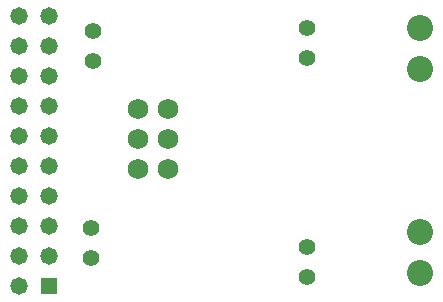
<source format=gbs>
G04*
G04 #@! TF.GenerationSoftware,Altium Limited,Altium Designer,20.0.12 (288)*
G04*
G04 Layer_Color=16711935*
%FSLAX25Y25*%
%MOIN*%
G70*
G01*
G75*
%ADD23C,0.05524*%
%ADD24C,0.08674*%
%ADD25C,0.06800*%
%ADD26R,0.05800X0.05800*%
%ADD27C,0.05800*%
D23*
X216603Y372544D02*
D03*
Y382544D02*
D03*
X288603Y376044D02*
D03*
Y366044D02*
D03*
Y439044D02*
D03*
Y449044D02*
D03*
X217103Y438044D02*
D03*
Y448044D02*
D03*
D24*
X326103Y367265D02*
D03*
Y381044D02*
D03*
Y435265D02*
D03*
Y449044D02*
D03*
D25*
X232103Y402044D02*
D03*
Y412044D02*
D03*
Y422044D02*
D03*
X242103D02*
D03*
Y412044D02*
D03*
Y402044D02*
D03*
D26*
X202603Y363044D02*
D03*
D27*
Y373044D02*
D03*
Y383044D02*
D03*
Y393044D02*
D03*
X202603Y403044D02*
D03*
X202603Y413044D02*
D03*
Y423044D02*
D03*
Y433044D02*
D03*
Y443044D02*
D03*
Y453044D02*
D03*
X192603Y363044D02*
D03*
X192603Y373044D02*
D03*
X192603Y383044D02*
D03*
Y393044D02*
D03*
X192603Y403044D02*
D03*
X192603Y413044D02*
D03*
Y423044D02*
D03*
Y433044D02*
D03*
X192603Y443044D02*
D03*
Y453044D02*
D03*
M02*

</source>
